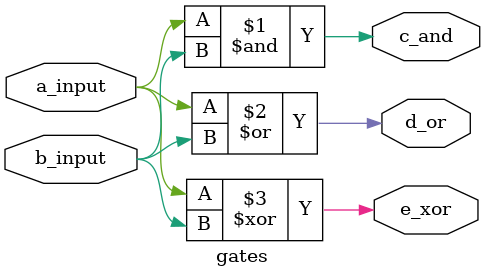
<source format=v>
module gates (
    input a_input,
    input b_input,
    output c_and,
    output d_or,
    output e_xor
);

    and (c_and, a_input, b_input);  // c is the output, a and b are inputs
    or  (d_or, a_input, b_input);  // d is the output, a and b are inputs
    xor (e_xor, a_input, b_input);  // e is the output, a and b are inputs

endmodule
</source>
